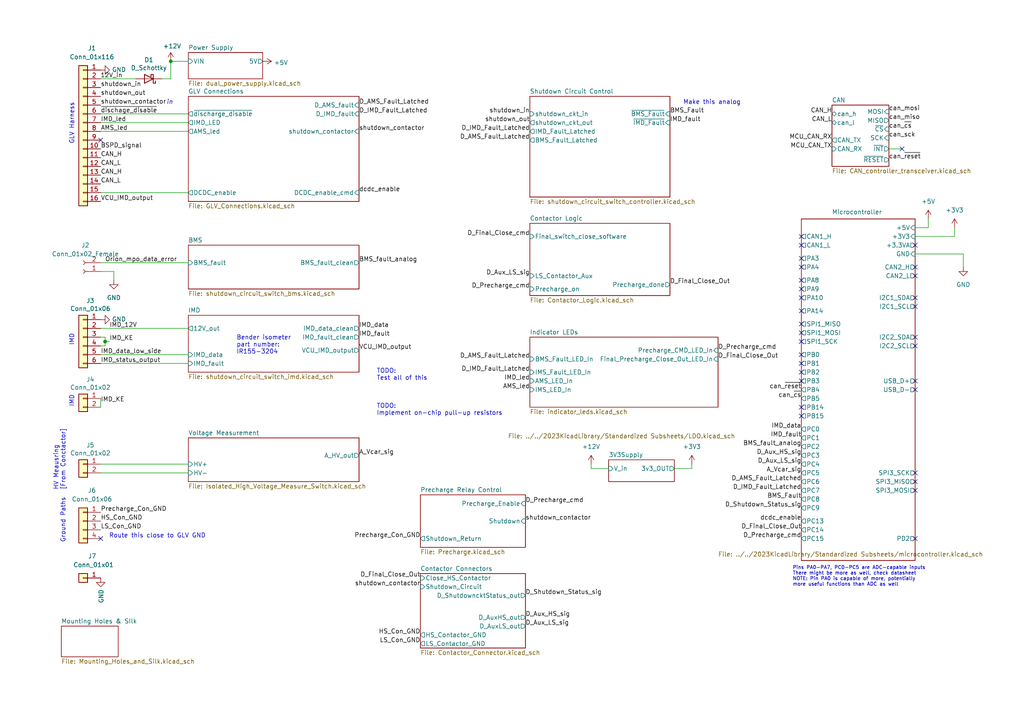
<source format=kicad_sch>
(kicad_sch (version 20211123) (generator eeschema)
  (paper "A4")
  (lib_symbols
    (symbol "Connector:Conn_01x02_Female" (pin_names (offset 1.016) hide)
      (property "Reference" "J" (at 0 2.54 0))
      (property "Value" "Conn_01x02_Female" (at 0 -5.08 0))
      (symbol "Conn_01x02_Female_1_1"
        (arc (start 0 -2.032) (mid -0.508 -2.54) (end 0 -3.048) (stroke (width 0.1524)))
        (polyline (pts (xy -1.27 -2.54) (xy -0.508 -2.54)) (stroke (width 0.1524)))
        (polyline (pts (xy -1.27 0) (xy -0.508 0)) (stroke (width 0.1524)))
        (arc (start 0 0.508) (mid -0.508 0) (end 0 -0.508) (stroke (width 0.1524)))
        (pin passive line (at -5.08 0 0) (length 3.81) (name "Pin_1") (number "1"))
        (pin passive line (at -5.08 -2.54 0) (length 3.81) (name "Pin_2") (number "2"))
      )
    )
    (symbol "Connector_Generic:Conn_01x01" (pin_names (offset 1.016) hide)
      (property "Reference" "J" (at 0 2.54 0))
      (property "Value" "Conn_01x01" (at 0 -2.54 0))
      (symbol "Conn_01x01_1_1"
        (rectangle (start -1.27 0.127) (end 0 -0.127) (stroke (width 0.1524)))
        (rectangle (start -1.27 1.27) (end 1.27 -1.27) (stroke (width 0.254)) (fill (type background)))
        (pin passive line (at -5.08 0 0) (length 3.81) (name "Pin_1") (number "1"))
      )
    )
    (symbol "Connector_Generic:Conn_01x02" (pin_names (offset 1.016) hide)
      (property "Reference" "J" (at 0 2.54 0))
      (property "Value" "Conn_01x02" (at 0 -5.08 0))
      (symbol "Conn_01x02_1_1"
        (rectangle (start -1.27 -2.413) (end 0 -2.667) (stroke (width 0.1524)))
        (rectangle (start -1.27 0.127) (end 0 -0.127) (stroke (width 0.1524)))
        (rectangle (start -1.27 1.27) (end 1.27 -3.81) (stroke (width 0.254)) (fill (type background)))
        (pin passive line (at -5.08 0 0) (length 3.81) (name "Pin_1") (number "1"))
        (pin passive line (at -5.08 -2.54 0) (length 3.81) (name "Pin_2") (number "2"))
      )
    )
    (symbol "Connector_Generic:Conn_01x04" (pin_names (offset 1.016) hide)
      (property "Reference" "J" (at 0 5.08 0))
      (property "Value" "Conn_01x04" (at 0 -7.62 0))
      (symbol "Conn_01x04_1_1"
        (rectangle (start -1.27 -4.953) (end 0 -5.207) (stroke (width 0.1524)))
        (rectangle (start -1.27 -2.413) (end 0 -2.667) (stroke (width 0.1524)))
        (rectangle (start -1.27 0.127) (end 0 -0.127) (stroke (width 0.1524)))
        (rectangle (start -1.27 2.667) (end 0 2.413) (stroke (width 0.1524)))
        (rectangle (start -1.27 3.81) (end 1.27 -6.35) (stroke (width 0.254)) (fill (type background)))
        (pin passive line (at -5.08 2.54 0) (length 3.81) (name "Pin_1") (number "1"))
        (pin passive line (at -5.08 0 0) (length 3.81) (name "Pin_2") (number "2"))
        (pin passive line (at -5.08 -2.54 0) (length 3.81) (name "Pin_3") (number "3"))
        (pin passive line (at -5.08 -5.08 0) (length 3.81) (name "Pin_4") (number "4"))
      )
    )
    (symbol "Connector_Generic:Conn_01x06" (pin_names (offset 1.016) hide)
      (property "Reference" "J" (at 0 7.62 0))
      (property "Value" "Conn_01x06" (at 0 -10.16 0))
      (symbol "Conn_01x06_1_1"
        (rectangle (start -1.27 -7.493) (end 0 -7.747) (stroke (width 0.1524)))
        (rectangle (start -1.27 -4.953) (end 0 -5.207) (stroke (width 0.1524)))
        (rectangle (start -1.27 -2.413) (end 0 -2.667) (stroke (width 0.1524)))
        (rectangle (start -1.27 0.127) (end 0 -0.127) (stroke (width 0.1524)))
        (rectangle (start -1.27 2.667) (end 0 2.413) (stroke (width 0.1524)))
        (rectangle (start -1.27 5.207) (end 0 4.953) (stroke (width 0.1524)))
        (rectangle (start -1.27 6.35) (end 1.27 -8.89) (stroke (width 0.254)) (fill (type background)))
        (pin passive line (at -5.08 5.08 0) (length 3.81) (name "Pin_1") (number "1"))
        (pin passive line (at -5.08 2.54 0) (length 3.81) (name "Pin_2") (number "2"))
        (pin passive line (at -5.08 0 0) (length 3.81) (name "Pin_3") (number "3"))
        (pin passive line (at -5.08 -2.54 0) (length 3.81) (name "Pin_4") (number "4"))
        (pin passive line (at -5.08 -5.08 0) (length 3.81) (name "Pin_5") (number "5"))
        (pin passive line (at -5.08 -7.62 0) (length 3.81) (name "Pin_6") (number "6"))
      )
    )
    (symbol "Connector_Generic:Conn_01x16" (pin_names (offset 1.016) hide)
      (property "Reference" "J" (at 0 20.32 0))
      (property "Value" "Conn_01x16" (at 0 -22.86 0))
      (symbol "Conn_01x16_1_1"
        (rectangle (start -1.27 -20.193) (end 0 -20.447) (stroke (width 0.1524)))
        (rectangle (start -1.27 -17.653) (end 0 -17.907) (stroke (width 0.1524)))
        (rectangle (start -1.27 -15.113) (end 0 -15.367) (stroke (width 0.1524)))
        (rectangle (start -1.27 -12.573) (end 0 -12.827) (stroke (width 0.1524)))
        (rectangle (start -1.27 -10.033) (end 0 -10.287) (stroke (width 0.1524)))
        (rectangle (start -1.27 -7.493) (end 0 -7.747) (stroke (width 0.1524)))
        (rectangle (start -1.27 -4.953) (end 0 -5.207) (stroke (width 0.1524)))
        (rectangle (start -1.27 -2.413) (end 0 -2.667) (stroke (width 0.1524)))
        (rectangle (start -1.27 0.127) (end 0 -0.127) (stroke (width 0.1524)))
        (rectangle (start -1.27 2.667) (end 0 2.413) (stroke (width 0.1524)))
        (rectangle (start -1.27 5.207) (end 0 4.953) (stroke (width 0.1524)))
        (rectangle (start -1.27 7.747) (end 0 7.493) (stroke (width 0.1524)))
        (rectangle (start -1.27 10.287) (end 0 10.033) (stroke (width 0.1524)))
        (rectangle (start -1.27 12.827) (end 0 12.573) (stroke (width 0.1524)))
        (rectangle (start -1.27 15.367) (end 0 15.113) (stroke (width 0.1524)))
        (rectangle (start -1.27 17.907) (end 0 17.653) (stroke (width 0.1524)))
        (rectangle (start -1.27 19.05) (end 1.27 -21.59) (stroke (width 0.254)) (fill (type background)))
        (pin passive line (at -5.08 17.78 0) (length 3.81) (name "Pin_1") (number "1"))
        (pin passive line (at -5.08 -5.08 0) (length 3.81) (name "Pin_10") (number "10"))
        (pin passive line (at -5.08 -7.62 0) (length 3.81) (name "Pin_11") (number "11"))
        (pin passive line (at -5.08 -10.16 0) (length 3.81) (name "Pin_12") (number "12"))
        (pin passive line (at -5.08 -12.7 0) (length 3.81) (name "Pin_13") (number "13"))
        (pin passive line (at -5.08 -15.24 0) (length 3.81) (name "Pin_14") (number "14"))
        (pin passive line (at -5.08 -17.78 0) (length 3.81) (name "Pin_15") (number "15"))
        (pin passive line (at -5.08 -20.32 0) (length 3.81) (name "Pin_16") (number "16"))
        (pin passive line (at -5.08 15.24 0) (length 3.81) (name "Pin_2") (number "2"))
        (pin passive line (at -5.08 12.7 0) (length 3.81) (name "Pin_3") (number "3"))
        (pin passive line (at -5.08 10.16 0) (length 3.81) (name "Pin_4") (number "4"))
        (pin passive line (at -5.08 7.62 0) (length 3.81) (name "Pin_5") (number "5"))
        (pin passive line (at -5.08 5.08 0) (length 3.81) (name "Pin_6") (number "6"))
        (pin passive line (at -5.08 2.54 0) (length 3.81) (name "Pin_7") (number "7"))
        (pin passive line (at -5.08 0 0) (length 3.81) (name "Pin_8") (number "8"))
        (pin passive line (at -5.08 -2.54 0) (length 3.81) (name "Pin_9") (number "9"))
      )
    )
    (symbol "Device:D_Schottky" (pin_numbers hide) (pin_names (offset 1.016) hide)
      (property "Reference" "D" (at 0 2.54 0))
      (property "Value" "D_Schottky" (at 0 -2.54 0))
      (symbol "D_Schottky_0_1"
        (polyline (pts (xy 1.27 0) (xy -1.27 0)))
        (polyline (pts (xy 1.27 1.27) (xy 1.27 -1.27) (xy -1.27 0) (xy 1.27 1.27)) (stroke (width 0.254)))
        (polyline (pts (xy -1.905 0.635) (xy -1.905 1.27) (xy -1.27 1.27) (xy -1.27 -1.27) (xy -0.635 -1.27) (xy -0.635 -0.635)) (stroke (width 0.254)))
      )
      (symbol "D_Schottky_1_1"
        (pin passive line (at -3.81 0 0) (length 2.54) (name "K") (number "1"))
        (pin passive line (at 3.81 0 180) (length 2.54) (name "A") (number "2"))
      )
    )
    (symbol "power:+12V" (power) (pin_names (offset 0))
      (property "Value" "+12V" (at 0 3.556 0))
      (symbol "+12V_0_1"
        (polyline (pts (xy -0.762 1.27) (xy 0 2.54)))
        (polyline (pts (xy 0 0) (xy 0 2.54)))
        (polyline (pts (xy 0 2.54) (xy 0.762 1.27)))
      )
      (symbol "+12V_1_1"
        (pin power_in line (at 0 0 90) (length 0) hide (name "+12V") (number "1"))
      )
    )
    (symbol "power:+3V3" (power) (pin_names (offset 0))
      (property "Value" "+3V3" (at 0 3.556 0))
      (symbol "+3V3_0_1"
        (polyline (pts (xy -0.762 1.27) (xy 0 2.54)))
        (polyline (pts (xy 0 0) (xy 0 2.54)))
        (polyline (pts (xy 0 2.54) (xy 0.762 1.27)))
      )
      (symbol "+3V3_1_1"
        (pin power_in line (at 0 0 90) (length 0) hide (name "+3V3") (number "1"))
      )
    )
    (symbol "power:+5V" (power) (pin_names (offset 0))
      (property "Value" "+5V" (at 0 3.556 0))
      (symbol "+5V_0_1"
        (polyline (pts (xy -0.762 1.27) (xy 0 2.54)))
        (polyline (pts (xy 0 0) (xy 0 2.54)))
        (polyline (pts (xy 0 2.54) (xy 0.762 1.27)))
      )
      (symbol "+5V_1_1"
        (pin power_in line (at 0 0 90) (length 0) hide (name "+5V") (number "1"))
      )
    )
    (symbol "power:GND" (power) (pin_names (offset 0))
      (property "Value" "GND" (at 0 -3.81 0))
      (symbol "GND_0_1"
        (polyline (pts (xy 0 0) (xy 0 -1.27) (xy 1.27 -1.27) (xy 0 -2.54) (xy -1.27 -1.27) (xy 0 -1.27)))
      )
      (symbol "GND_1_1"
        (pin power_in line (at 0 0 270) (length 0) hide (name "GND") (number "1"))
      )
    )
  )
  (junction (at 30.48 99.06))
  (junction (at 49.53 17.78))
  (no_connect (at 265.43 142.24))
  (no_connect (at 265.43 139.7))
  (no_connect (at 265.43 137.16))
  (no_connect (at 265.43 113.03))
  (no_connect (at 265.43 110.49))
  (no_connect (at 232.41 90.17))
  (no_connect (at 232.41 93.98))
  (no_connect (at 232.41 96.52))
  (no_connect (at 232.41 99.06))
  (no_connect (at 232.41 102.87))
  (no_connect (at 232.41 120.65))
  (no_connect (at 265.43 156.21))
  (no_connect (at 265.43 100.33))
  (no_connect (at 265.43 97.79))
  (no_connect (at 265.43 88.9))
  (no_connect (at 232.41 105.41))
  (no_connect (at 232.41 107.95))
  (no_connect (at 232.41 110.49))
  (no_connect (at 232.41 118.11))
  (no_connect (at 232.41 81.28))
  (no_connect (at 232.41 83.82))
  (no_connect (at 232.41 86.36))
  (no_connect (at 265.43 77.47))
  (no_connect (at 232.41 68.58))
  (no_connect (at 232.41 71.12))
  (no_connect (at 232.41 74.93))
  (no_connect (at 232.41 77.47))
  (no_connect (at 265.43 86.36))
  (no_connect (at 265.43 80.01))
  (no_connect (at 265.43 71.12))
  (no_connect (at 261.62 43.18))
  (no_connect (at 29.21 40.64))
  (no_connect (at 29.21 156.21))
  (wire (pts (xy 265.43 66.04) (xy 269.24 66.04)))
  (wire (pts (xy 46.99 22.86) (xy 49.53 22.86)))
  (wire (pts (xy 29.21 102.87) (xy 54.61 102.87)))
  (wire (pts (xy 29.21 38.1) (xy 54.61 38.1)))
  (wire (pts (xy 29.21 76.2) (xy 54.61 76.2)))
  (wire (pts (xy 265.43 68.58) (xy 276.86 68.58)))
  (wire (pts (xy 30.48 100.33) (xy 29.21 100.33)))
  (wire (pts (xy 257.81 43.18) (xy 261.62 43.18)))
  (wire (pts (xy 29.21 95.25) (xy 54.61 95.25)))
  (wire (pts (xy 200.66 135.89) (xy 200.66 134.62)))
  (wire (pts (xy 31.75 99.06) (xy 30.48 99.06)))
  (wire (pts (xy 33.02 78.74) (xy 33.02 81.28)))
  (wire (pts (xy 49.53 17.78) (xy 49.53 22.86)))
  (wire (pts (xy 54.61 134.62) (xy 29.21 134.62)))
  (wire (pts (xy 29.21 55.88) (xy 54.61 55.88)))
  (wire (pts (xy 30.48 99.06) (xy 30.48 100.33)))
  (wire (pts (xy 29.21 22.86) (xy 39.37 22.86)))
  (wire (pts (xy 29.21 35.56) (xy 54.61 35.56)))
  (wire (pts (xy 54.61 137.16) (xy 29.21 137.16)))
  (wire (pts (xy 265.43 73.66) (xy 279.4 73.66)))
  (wire (pts (xy 195.58 135.89) (xy 200.66 135.89)))
  (wire (pts (xy 30.48 97.79) (xy 30.48 99.06)))
  (wire (pts (xy 276.86 68.58) (xy 276.86 66.04)))
  (wire (pts (xy 171.45 134.62) (xy 171.45 135.89)))
  (wire (pts (xy 29.21 105.41) (xy 54.61 105.41)))
  (wire (pts (xy 171.45 135.89) (xy 176.53 135.89)))
  (wire (pts (xy 29.21 33.02) (xy 54.61 33.02)))
  (wire (pts (xy 29.21 115.57) (xy 29.21 118.11)))
  (wire (pts (xy 29.21 97.79) (xy 30.48 97.79)))
  (wire (pts (xy 279.4 73.66) (xy 279.4 77.47)))
  (wire (pts (xy 29.21 78.74) (xy 33.02 78.74)))
  (wire (pts (xy 49.53 17.78) (xy 54.61 17.78)))
  (wire (pts (xy 269.24 66.04) (xy 269.24 63.5)))
  (text "TODO:\nTest all of this" (at 109.22 110.49 0) (effects (font (size 1.27 1.27)) (justify left bottom)))
  (text "Bender isometer\npart number:\nIR155-3204" (at 68.58 102.87 0) (effects (font (size 1.27 1.27)) (justify left bottom)))
  (text "TODO: check for missing part fields or non-matching value/desc fields" (at 306.07 20.32 0) (effects (font (size 1.27 1.27)) (justify left bottom)))
  (text "Pins PA0-PA7, PC0-PC5 are ADC-capable inputs\nThere might be more as well, check datasheet\nNOTE: Pin PA0 is capable of more, potentially\nmore useful functions than ADC as well" (at 229.87 170.18 0) (effects (font (size 1 1)) (justify left bottom)))
  (text "TODO: Validate each resistor value in JLC before fabout" (at 306.07 25.4 0) (effects (font (size 1.27 1.27)) (justify left bottom)))
  (text "IMD" (at 21.59 100.33 90) (effects (font (size 1.27 1.27)) (justify left bottom)))
  (text "TODO: check for part availability on every discrete/IC" (at 306.07 22.86 0) (effects (font (size 1.27 1.27)) (justify left bottom)))
  (text "GLV Harness" (at 21.59 41.91 90) (effects (font (size 1.27 1.27)) (justify left bottom)))
  (text "Ground Paths" (at 19.05 157.48 90) (effects (font (size 1.27 1.27)) (justify left bottom)))
  (text "HV Meausring\n[From Conctactor]" (at 19.05 142.24 90) (effects (font (size 1.27 1.27)) (justify left bottom)))
  (text "Make this analog\n" (at 198.12 30.48 0) (effects (font (size 1.27 1.27)) (justify left bottom)))
  (text "IMD" (at 21.59 118.11 90) (effects (font (size 1.27 1.27)) (justify left bottom)))
  (text "TODO:\nImplement on-chip pull-up resistors\n" (at 109.22 120.65 0) (effects (font (size 1.27 1.27)) (justify left bottom)))
  (text "Route this close to GLV GND" (at 59.69 156.21 180) (effects (font (size 1.27 1.27)) (justify right bottom)))
  (text "in" (at 48.26 30.48 0) (effects (font (size 1.27 1.27) italic) (justify left bottom)))
  (label "shutdown_in" (at 29.21 25.4 0))
  (label "can_mosi" (at 257.81 32.385 0))
  (label "D_Aux_HS_sig" (at 152.4 179.07 0))
  (label "D_Precharge_cmd" (at 153.67 83.82 180))
  (label "BMS_Fault" (at 194.31 33.02 0))
  (label "dcdc_enable" (at 232.41 151.13 180))
  (label "shutdown_out" (at 29.21 27.94 0))
  (label "D_Aux_LS_sig" (at 232.41 134.62 180))
  (label "CAN_L" (at 29.21 53.34 0))
  (label "shutdown_contactor" (at 121.92 170.18 180))
  (label "CAN_H" (at 29.21 45.72 0))
  (label "can_~{reset}" (at 257.81 46.355 0))
  (label "HS_Con_GND" (at 121.92 184.15 180))
  (label "D_Precharge_cmd" (at 232.41 156.21 180))
  (label "12V_in" (at 35.56 22.86 180))
  (label "D_AMS_Fault_Latched" (at 153.67 104.14 180))
  (label "can_~{cs}" (at 232.41 115.57 180))
  (label "dcdc_enable" (at 104.14 55.88 0))
  (label "D_AMS_Fault_Latched" (at 104.14 30.48 0))
  (label "D_Final_Close_Out" (at 208.28 104.14 0))
  (label "Orion_mpo_data_error" (at 30.48 76.2 0))
  (label "HS_Con_GND" (at 29.21 151.13 0))
  (label "VCU_IMD_output" (at 104.14 101.6 0))
  (label "D_IMD_Fault_Latched" (at 232.41 142.24 180))
  (label "IMD_data" (at 104.14 95.25 0))
  (label "IMD_fault" (at 104.14 97.79 0))
  (label "MCU_CAN_TX" (at 241.3 43.18 180))
  (label "shutdown_contactor" (at 104.14 38.1 0))
  (label "shutdown_in" (at 153.67 33.02 180))
  (label "AMS_led" (at 29.21 38.1 0))
  (label "IMD_data_low_side" (at 29.21 102.87 0))
  (label "IMD_fault" (at 232.41 127 180))
  (label "CAN_H" (at 241.3 33.02 180))
  (label "BMS_fault_analog" (at 232.41 129.54 180))
  (label "can_~{cs}" (at 257.81 37.465 0))
  (label "D_AMS_Fault_Latched" (at 153.67 40.64 180))
  (label "LS_Con_GND" (at 29.21 153.67 0))
  (label "CAN_L" (at 241.3 35.56 180))
  (label "IMD_12V" (at 31.75 95.25 0))
  (label "IMD_fault" (at 194.31 35.56 0))
  (label "D_AMS_Fault_Latched" (at 232.41 139.7 180))
  (label "can_sck" (at 257.81 40.005 0))
  (label "D_Shutdown_Status_sig" (at 152.4 172.72 0))
  (label "BSPD_signal" (at 29.21 43.18 0))
  (label "A_Vcar_sig" (at 232.41 137.16 180))
  (label "D_Final_Close_cmd" (at 153.67 68.58 180))
  (label "CAN_L" (at 29.21 48.26 0))
  (label "D_Final_Close_Out" (at 121.92 167.64 180))
  (label "IMD_data" (at 232.41 124.46 180))
  (label "LS_Con_GND" (at 121.92 186.69 180))
  (label "A_Vcar_sig" (at 104.14 132.08 0))
  (label "shutdown_contactor" (at 152.4 151.13 0))
  (label "D_IMD_Fault_Latched" (at 104.14 33.02 0))
  (label "D_Precharge_cmd" (at 208.28 101.6 0))
  (label "IMD_led" (at 153.67 110.49 180))
  (label "BMS_fault_analog" (at 104.14 76.2 0))
  (label "AMS_led" (at 153.67 113.03 180))
  (label "D_Aux_HS_sig" (at 232.41 132.08 180))
  (label "D_Shutdown_Status_sig" (at 232.41 147.32 180))
  (label "~{dischage_disable}" (at 29.21 33.02 0))
  (label "VCU_IMD_output" (at 29.21 58.42 0))
  (label "IMD_KE" (at 29.21 116.84 0))
  (label "D_IMD_Fault_Latched" (at 153.67 107.95 180))
  (label "D_Final_Close_Out" (at 194.31 82.55 0))
  (label "can_~{reset}" (at 232.41 113.03 180))
  (label "CAN_H" (at 29.21 50.8 0))
  (label "Precharge_Con_GND" (at 29.21 148.59 0))
  (label "can_miso" (at 257.81 34.925 0))
  (label "D_IMD_Fault_Latched" (at 153.67 38.1 180))
  (label "IMD_led" (at 29.21 35.56 0))
  (label "D_Aux_LS_sig" (at 152.4 181.61 0))
  (label "Precharge_Con_GND" (at 121.92 156.21 180))
  (label "D_Precharge_cmd" (at 152.4 146.05 0))
  (label "D_Aux_LS_sig" (at 153.67 80.01 180))
  (label "shutdown_contactor" (at 29.21 30.48 0))
  (label "BMS_Fault" (at 232.41 144.78 180))
  (label "IMD_KE" (at 31.75 99.06 0))
  (label "MCU_CAN_RX" (at 241.3 40.64 180))
  (label "IMD_status_output" (at 29.21 105.41 0))
  (label "shutdown_out" (at 153.67 35.56 180))
  (label "D_Final_Close_Out" (at 232.41 153.67 180))
  (symbol (lib_id "power:+5V") (at 76.2 17.78 270) (unit 1)
    (property "Reference" "#PWR06" (effects hide))
    (property "Value" "+5V" (at 79.4512 18.161 90) (effects (justify left)))
  )
  (symbol (lib_id "Connector_Generic:Conn_01x16") (at 24.13 38.1 0) (mirror y) (unit 1)
    (property "Reference" "J1" (at 26.67 13.97 0))
    (property "Value" "Conn_01x116" (at 26.67 16.51 0))
    (property "Footprint" "Connector_Molex:Molex_Micro-Fit_3.0_43045-1600_2x08_P3.00mm_Horizontal" (effects hide))
    (property "Datasheet" "https://www.molex.com/pdm_docs/sd/430451600_sd.pdf" (effects hide))
    (property "Manufacturer" "Molex" (effects hide))
    (property "Description" "CONN HEADER R/A 16POS 3MM" (effects hide))
  )
  (symbol (lib_id "power:GND") (at 29.21 20.32 90) (unit 1)
    (property "Reference" "#PWR01" (effects hide))
    (property "Value" "GND" (at 32.4612 20.193 90) (effects (justify right)))
  )
  (symbol (lib_id "Connector_Generic:Conn_01x06") (at 24.13 97.79 0) (mirror y) (unit 1)
    (property "Reference" "J3" (at 26.2128 87.1982 0))
    (property "Value" "Conn_01x06" (at 26.2128 89.5096 0))
    (property "Footprint" "Connector_Molex:Molex_Micro-Fit_3.0_43045-0600_2x03_P3.00mm_Horizontal" (effects hide))
    (property "Datasheet" "https://www.molex.com/pdm_docs/sd/430450600_sd.pdf" (effects hide))
    (property "Manufacturer" "Molex" (effects hide))
    (property "Part Number" "0430450600" (effects hide))
    (property "Description" "CONN HEADER R/A 6POS 3MM" (effects hide))
  )
  (symbol (lib_id "power:GND") (at 29.21 92.71 90) (unit 1)
    (property "Reference" "#PWR02" (effects hide))
    (property "Value" "GND" (at 32.4612 92.583 90) (effects (justify right)))
  )
  (symbol (lib_id "Connector_Generic:Conn_01x02") (at 24.13 115.57 0) (mirror y) (unit 1)
    (property "Reference" "J4" (at 26.2128 110.0582 0))
    (property "Value" "Conn_01x02" (at 26.2128 112.3696 0))
    (property "Footprint" "Connector_Molex:Molex_Micro-Fit_3.0_43045-0200_2x01_P3.00mm_Horizontal" (effects hide))
    (property "Datasheet" "https://www.molex.com/pdm_docs/sd/430450200_sd.pdf" (effects hide))
    (property "Manufacturer" "Molex" (effects hide))
    (property "Part Number" "0430450200" (effects hide))
    (property "Description" "CONN HEADER R/A 2POS" (effects hide))
  )
  (symbol (lib_id "power:+12V") (at 49.53 17.78 0) (unit 1)
    (property "Reference" "#PWR05" (effects hide))
    (property "Value" "+12V" (at 49.911 13.3858 0))
  )
  (symbol (lib_id "Connector_Generic:Conn_01x01") (at 24.13 167.64 180) (unit 1)
    (property "Reference" "J7" (at 27.94 161.29 0) (effects (justify left)))
    (property "Value" "Conn_01x01" (at 33.02 163.83 0) (effects (justify left)))
    (property "Footprint" "Connector_PinHeader_2.54mm:PinHeader_1x01_P2.54mm_Vertical" (effects hide))
    (property "Description" "Pin Header 1 pin" (effects hide))
  )
  (symbol (lib_id "power:GND") (at 29.21 167.64 0) (unit 1)
    (property "Reference" "#PWR03" (effects hide))
    (property "Value" "GND" (at 29.337 170.8912 90) (effects (justify right)))
  )
  (symbol (lib_id "Device:D_Schottky") (at 43.18 22.86 180) (unit 1)
    (property "Reference" "D1" (at 43.18 17.3736 0))
    (property "Value" "D_Schottky" (at 43.18 19.685 0))
    (property "Footprint" "Diode_SMD:D_SMA_Handsoldering" (effects hide))
    (property "Datasheet" "https://datasheet.lcsc.com/szlcsc/1903061001_MDD-Jiangsu-Yutai-Elec-SS54_C22452.pdf" (effects hide))
    (property "LCSC part number" "SS54" (effects hide))
  )
  (symbol (lib_id "Connector_Generic:Conn_01x04") (at 24.13 151.13 0) (mirror y) (unit 1)
    (property "Reference" "J6" (at 26.67 142.24 0))
    (property "Value" "Conn_01x06" (at 26.67 144.78 0))
    (property "Footprint" "Connector_Molex:Molex_Micro-Fit_3.0_43045-0400_2x02_P3.00mm_Horizontal" (effects hide))
    (property "Datasheet" "https://www.molex.com/pdm_docs/sd/430450400_sd.pdf" (effects hide))
    (property "Manufacturer" "Molex" (effects hide))
    (property "Part Number" "0430450400" (effects hide))
    (property "Description" "CONN HEADER R/A 4POS 3MM" (effects hide))
  )
  (symbol (lib_id "Connector_Generic:Conn_01x02") (at 24.13 134.62 0) (mirror y) (unit 1)
    (property "Reference" "J5" (at 26.2128 129.1082 0))
    (property "Value" "Conn_01x02" (at 26.2128 131.4196 0))
    (property "Footprint" "Connector_Molex:Molex_Micro-Fit_3.0_43045-0200_2x01_P3.00mm_Horizontal" (effects hide))
  )
  (symbol (lib_id "power:+5V") (at 269.24 63.5 0) (unit 1)
    (property "Reference" "#PWR09" (effects hide))
    (property "Value" "+5V" (at 269.24 58.42 0))
  )
  (symbol (lib_id "power:+12V") (at 171.45 134.62 0) (unit 1)
    (property "Reference" "#PWR07" (effects hide))
    (property "Value" "+12V" (at 171.45 129.54 0))
  )
  (symbol (lib_id "power:GND") (at 279.4 77.47 0) (unit 1)
    (property "Reference" "#PWR011" (effects hide))
    (property "Value" "GND" (at 279.4 82.55 0))
  )
  (symbol (lib_id "power:+3V3") (at 200.66 134.62 0) (unit 1)
    (property "Reference" "#PWR08" (effects hide))
    (property "Value" "+3V3" (at 200.66 129.54 0))
  )
  (symbol (lib_id "power:GND") (at 33.02 81.28 0) (unit 1)
    (property "Reference" "#PWR04" (effects hide))
    (property "Value" "GND" (at 33.02 86.36 0))
  )
  (symbol (lib_id "power:+3V3") (at 276.86 66.04 0) (unit 1)
    (property "Reference" "#PWR010" (effects hide))
    (property "Value" "+3V3" (at 276.86 60.96 0))
  )
  (symbol (lib_id "Connector:Conn_01x02_Female") (at 24.13 78.74 180) (unit 1)
    (property "Reference" "J2" (at 24.765 71.12 0))
    (property "Value" "Conn_01x02_Female" (at 24.765 73.66 0))
    (property "Footprint" "Connector_Molex:Molex_Micro-Fit_3.0_43650-0200_1x02_P3.00mm_Horizontal" (effects hide))
  )
  (sheet (at 241.3 30.48) (size 16.51 17.78)
    (property "Sheet name" "CAN" (at 241.3 29.7684 0) (effects (justify left bottom)))
    (property "Sheet file" "CAN_controller_transceiver.kicad_sch" (at 241.3 48.8446 0) (effects (justify left top)))
    (pin "can_h" bidirectional (at 241.3 33.02 180))
    (pin "can_l" bidirectional (at 241.3 35.56 180))
    (pin "MOSI" input (at 257.81 32.385 0))
    (pin "MISO" output (at 257.81 34.925 0))
    (pin "~{CS}" input (at 257.81 37.465 0))
    (pin "SCK" input (at 257.81 40.005 0))
    (pin "~{INT}" output (at 257.81 43.18 0))
    (pin "~{RESET}" output (at 257.81 46.355 0))
    (pin "CAN_TX" output (at 241.3 40.64 180))
    (pin "CAN_RX" input (at 241.3 43.18 180))
  )
  (sheet (at 153.67 27.94) (size 40.64 29.21)
    (property "Sheet name" "Shutdown Circuit Control" (at 153.67 27.2284 0) (effects (justify left bottom)))
    (property "Sheet file" "shutdown_circuit_switch_controller.kicad_sch" (at 153.67 57.7346 0) (effects (justify left top)))
    (pin "shutdown_ckt_in" input (at 153.67 33.02 180))
    (pin "shutdown_ckt_out" output (at 153.67 35.56 180))
    (pin "~{BMS_Fault}" input (at 194.31 33.02 0))
    (pin "~{IMD_Fault}" input (at 194.31 35.56 0))
    (pin "IMD_Fault_Latched" output (at 153.67 38.1 180))
    (pin "BMS_Fault_Latched" output (at 153.67 40.64 180))
  )
  (sheet (at 54.61 91.44) (size 49.53 16.51)
    (property "Sheet name" "IMD" (at 54.61 90.7284 0) (effects (justify left bottom)))
    (property "Sheet file" "shutdown_circuit_switch_imd.kicad_sch" (at 54.61 108.5346 0) (effects (justify left top)))
    (pin "IMD_data_clean" output (at 104.14 95.25 0))
    (pin "IMD_fault_clean" output (at 104.14 97.79 0))
    (pin "IMD_data" input (at 54.61 102.87 180))
    (pin "12V_out" output (at 54.61 95.25 180))
    (pin "IMD_fault" input (at 54.61 105.41 180))
    (pin "VCU_IMD_output" output (at 104.14 101.6 0))
  )
  (sheet (at 54.61 15.24) (size 21.59 7.62)
    (property "Sheet name" "Power Supply" (at 54.61 14.5284 0) (effects (justify left bottom)))
    (property "Sheet file" "dual_power_supply.kicad_sch" (at 54.61 23.4446 0) (effects (justify left top)))
    (pin "VIN" input (at 54.61 17.78 180))
    (pin "5V" output (at 76.2 17.78 0))
  )
  (sheet (at 54.61 27.94) (size 49.53 30.48)
    (property "Sheet name" "GLV Connections" (at 54.61 27.2284 0) (effects (justify left bottom)))
    (property "Sheet file" "GLV_Connections.kicad_sch" (at 54.61 59.0046 0) (effects (justify left top)))
    (pin "AMS_led" output (at 54.61 38.1 180))
    (pin "IMD_LED" output (at 54.61 35.56 180))
    (pin "D_AMS_fault" input (at 104.14 30.48 0))
    (pin "D_IMD_fault" input (at 104.14 33.02 0))
    (pin "~{discharge_disable}" output (at 54.61 33.02 180))
    (pin "shutdown_contactor" input (at 104.14 38.1 0))
    (pin "DCDC_enable" output (at 54.61 55.88 180))
    (pin "DCDC_enable_cmd" input (at 104.14 55.88 0))
  )
  (sheet (at 153.67 64.77) (size 40.64 20.955)
    (property "Sheet name" "Contactor Logic" (at 153.67 64.0584 0) (effects (justify left bottom)))
    (property "Sheet file" "Contactor_Logic.kicad_sch" (at 153.67 86.3096 0) (effects (justify left top)))
    (pin "Final_switch_close_software" input (at 153.67 68.58 180))
    (pin "Precharge_done" output (at 194.31 82.55 0))
    (pin "Precharge_on" input (at 153.67 83.82 180))
    (pin "LS_Contactor_Aux" input (at 153.67 80.01 180))
  )
  (sheet (at 17.78 181.61) (size 16.51 8.89)
    (property "Sheet name" "Mounting Holes & SIlk" (at 17.78 180.8984 0) (effects (justify left bottom)))
    (property "Sheet file" "Mounting_Holes_and_Silk.kicad_sch" (at 17.78 191.0846 0) (effects (justify left top)))
  )
  (sheet (at 54.61 127) (size 49.53 12.7)
    (property "Sheet name" "Voltage Measurement" (at 54.61 126.2884 0) (effects (justify left bottom)))
    (property "Sheet file" "Isolated_High_Voltage_Measure_Switch.kicad_sch" (at 54.61 140.2846 0) (effects (justify left top)))
    (pin "A_HV_out" output (at 104.14 132.08 0))
    (pin "HV+" input (at 54.61 134.62 180))
    (pin "HV-" input (at 54.61 137.16 180))
  )
  (sheet (at 121.92 143.51) (size 30.48 15.24)
    (property "Sheet name" "Precharge Relay Control" (at 121.92 142.7984 0) (effects (justify left bottom)))
    (property "Sheet file" "Precharge.kicad_sch" (at 121.92 159.3346 0) (effects (justify left top)))
    (pin "Precharge_Enable" input (at 152.4 146.05 0))
    (pin "Shutdown" input (at 152.4 151.13 0))
    (pin "Shutdown_Return" output (at 121.92 156.21 180))
  )
  (sheet (at 121.92 166.37) (size 30.48 21.59)
    (property "Sheet name" "Contactor Connectors" (at 121.92 165.6584 0) (effects (justify left bottom)))
    (property "Sheet file" "Contactor_Connector.kicad_sch" (at 121.92 188.5446 0) (effects (justify left top)))
    (pin "HS_Contactor_GND" output (at 121.92 184.15 180))
    (pin "LS_Contactor_GND" output (at 121.92 186.69 180))
    (pin "D_AuxLS_out" output (at 152.4 181.61 0))
    (pin "D_AuxHS_out" output (at 152.4 179.07 0))
    (pin "Close_HS_Contactor" input (at 121.92 167.64 180))
    (pin "Shutdown_Circuit" input (at 121.92 170.18 180))
    (pin "D_ShutdowncktStatus_out" output (at 152.4 172.72 0))
  )
  (sheet (at 54.61 71.12) (size 49.53 12.7)
    (property "Sheet name" "BMS" (at 54.61 70.4084 0) (effects (justify left bottom)))
    (property "Sheet file" "shutdown_circuit_switch_bms.kicad_sch" (at 54.61 84.4046 0) (effects (justify left top)))
    (pin "BMS_fault" input (at 54.61 76.2 180))
    (pin "BMS_fault_clean" output (at 104.14 76.2 0))
  )
  (sheet (at 232.41 63.5) (size 33.02 99.06) (stroke (width 0.1524))
    (property "Sheet name" "Microcontroller" (at 241.3 62.23 0) (effects (justify left bottom)))
    (property "Sheet file" "../../2023KicadLibrary/Standardized Subsheets/microcontroller.kicad_sch" (at 208.28 160.02 0) (effects (justify left top)))
    (pin "PA8" output (at 232.41 81.28 180))
    (pin "PA4" output (at 232.41 77.47 180))
    (pin "PA10" output (at 232.41 86.36 180))
    (pin "PA9" output (at 232.41 83.82 180))
    (pin "USB_D-" output (at 265.43 113.03 0))
    (pin "USB_D+" output (at 265.43 110.49 0))
    (pin "SPI1_MOSI" output (at 232.41 96.52 180))
    (pin "SPI1_SCK" output (at 232.41 99.06 180))
    (pin "SPI1_MISO" output (at 232.41 93.98 180))
    (pin "PB14" output (at 232.41 118.11 180))
    (pin "PB15" output (at 232.41 120.65 180))
    (pin "PC0" output (at 232.41 124.46 180))
    (pin "PC5" output (at 232.41 137.16 180))
    (pin "PA14" output (at 232.41 90.17 180))
    (pin "PB5" output (at 232.41 115.57 180))
    (pin "PC6" output (at 232.41 139.7 180))
    (pin "PC2" output (at 232.41 129.54 180))
    (pin "PD2" output (at 265.43 156.21 0))
    (pin "PC3" output (at 232.41 132.08 180))
    (pin "PC4" output (at 232.41 134.62 180))
    (pin "PC1" output (at 232.41 127 180))
    (pin "PC7" output (at 232.41 142.24 180))
    (pin "SPI3_SCK" output (at 265.43 137.16 0))
    (pin "PC9" output (at 232.41 147.32 180))
    (pin "PC8" output (at 232.41 144.78 180))
    (pin "PB0" output (at 232.41 102.87 180))
    (pin "PB2" output (at 232.41 107.95 180))
    (pin "PB4" output (at 232.41 113.03 180))
    (pin "PB1" output (at 232.41 105.41 180))
    (pin "PB3" output (at 232.41 110.49 180))
    (pin "SPI3_MISO" output (at 265.43 139.7 0))
    (pin "PC15" output (at 232.41 156.21 180))
    (pin "PC13" output (at 232.41 151.13 180))
    (pin "PC14" output (at 232.41 153.67 180))
    (pin "SPI3_MOSI" output (at 265.43 142.24 0))
    (pin "GND" input (at 265.43 73.66 0))
    (pin "CAN1_H" output (at 232.41 68.58 180))
    (pin "PA3" output (at 232.41 74.93 180))
    (pin "CAN1_L" output (at 232.41 71.12 180))
    (pin "CAN2_L" output (at 265.43 80.01 0))
    (pin "CAN2_H" output (at 265.43 77.47 0))
    (pin "+3.3VA" output (at 265.43 71.12 0))
    (pin "I2C2_SDA" output (at 265.43 97.79 0))
    (pin "I2C1_SDA" output (at 265.43 86.36 0))
    (pin "I2C2_SCL" output (at 265.43 100.33 0))
    (pin "I2C1_SCL" output (at 265.43 88.9 0))
    (pin "+3V3" input (at 265.43 68.58 0))
    (pin "+5V" input (at 265.43 66.04 0))
  )
  (sheet (at 153.67 97.79) (size 54.61 20.32) (stroke (width 0.1524))
    (property "Sheet name" "Indicator LEDs" (at 153.67 97.0784 0) (effects (justify left bottom)))
    (property "Sheet file" "indicator_leds.kicad_sch" (at 153.67 118.6946 0) (effects (justify left top)))
    (pin "BMS_Fault_LED_In" input (at 153.67 104.14 180))
    (pin "IMS_Fault_LED_In" input (at 153.67 107.95 180))
    (pin "AMS_LED_In" input (at 153.67 110.49 180))
    (pin "IMS_LED_In" input (at 153.67 113.03 180))
    (pin "Precharge_CMD_LED_In" input (at 208.28 101.6 0))
    (pin "Final_Precharge_Close_Out_LED_In" input (at 208.28 104.14 0))
  )
  (sheet (at 176.53 133.35) (size 19.05 6.35) (stroke (width 0.1524))
    (property "Sheet name" "3V3Supply" (at 176.53 132.6384 0) (effects (justify left bottom)))
    (property "Sheet file" "../../2023KicadLibrary/Standardized Subsheets/LDO.kicad_sch" (at 147.32 125.73 0) (effects (justify left top)))
    (pin "V_in" input (at 176.53 135.89 180))
    (pin "3v3_OUT" output (at 195.58 135.89 0))
  )
)
</source>
